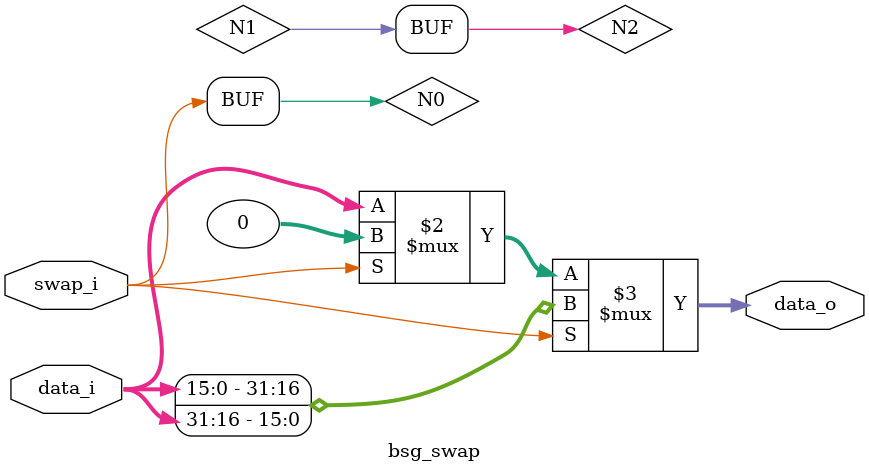
<source format=v>



module top
(
  data_i,
  swap_i,
  data_o
);

  input [31:0] data_i;
  output [31:0] data_o;
  input swap_i;

  bsg_swap
  wrapper
  (
    .data_i(data_i),
    .data_o(data_o),
    .swap_i(swap_i)
  );


endmodule



module bsg_swap
(
  data_i,
  swap_i,
  data_o
);

  input [31:0] data_i;
  output [31:0] data_o;
  input swap_i;
  wire [31:0] data_o;
  wire N0,N1,N2;
  assign data_o = (N0)? { data_i[15:0], data_i[31:16] } : 
                  (N1)? data_i : 1'b0;
  assign N0 = swap_i;
  assign N1 = N2;
  assign N2 = ~swap_i;

endmodule


</source>
